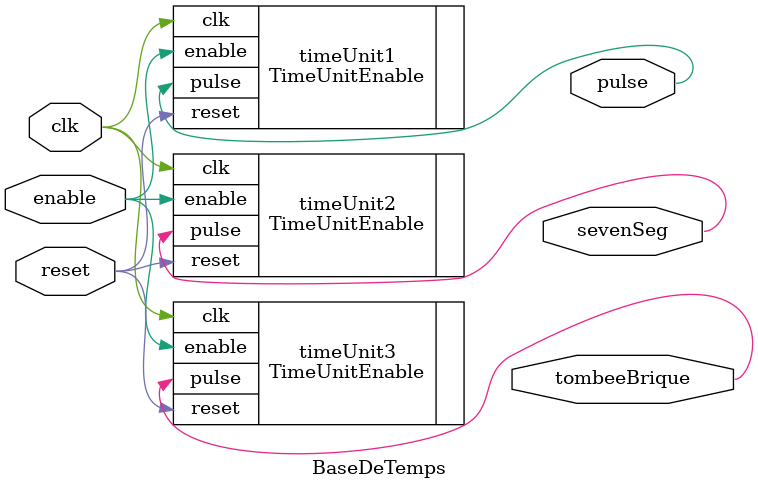
<source format=v>
`timescale 1ns / 1ps
module BaseDeTemps(
    input reset,
    input enable,
    input clk,
    output pulse,
    output sevenSeg,
    output tombeeBrique
    );
	 
	 TimeUnitEnable#(.FREQ_CLK(50000000),.FREQ_WANTED(25000000)) timeUnit1(.enable(enable),.reset(reset),.clk(clk),.pulse(pulse));
	 
	 TimeUnitEnable#(.FREQ_CLK(50000000),.FREQ_WANTED(20000)) timeUnit2(.enable(enable),.reset(reset),.clk(clk),.pulse(sevenSeg));
	 
	 TimeUnitEnable#(.FREQ_CLK(50000000),.FREQ_WANTED(2)) timeUnit3(.enable(enable),.reset(reset),.clk(clk),.pulse(tombeeBrique));

endmodule

</source>
